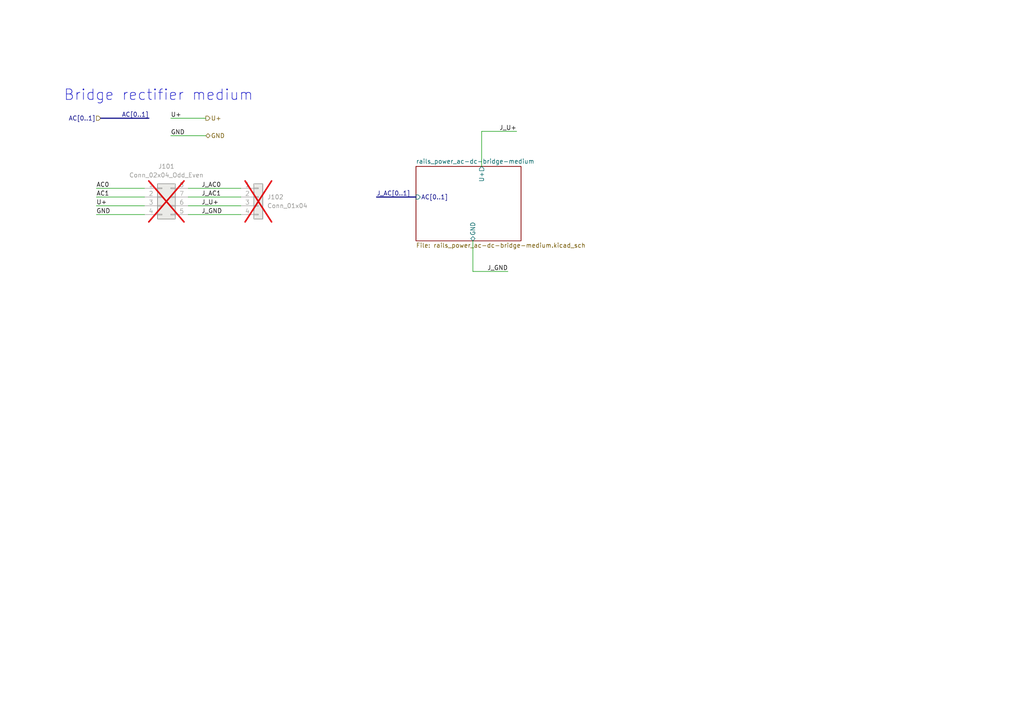
<source format=kicad_sch>
(kicad_sch (version 20231120) (generator "eeschema") (generator_version "8.0")
  (paper "A4")
  (title_block (title "xDuinoRail - LocDecoder - Development Kit") (date "2024-10-09") (rev "v0.2") (company "Chatelain Engineering, Bern - CH"))
  (lib_symbols
    (symbol "Connector_Generic:Conn_01x04" (pin_names (offset 1.016) hide)
      (property "Reference" "J" (at 0 5.08 0))
      (property "Value" "Conn_01x04" (at 0 -7.62 0))
      (symbol "Conn_01x04_1_1"
        (rectangle (start -1.27 -4.953) (end 0 -5.207) (stroke (width 0.1524)))
        (rectangle (start -1.27 -2.413) (end 0 -2.667) (stroke (width 0.1524)))
        (rectangle (start -1.27 0.127) (end 0 -0.127) (stroke (width 0.1524)))
        (rectangle (start -1.27 2.667) (end 0 2.413) (stroke (width 0.1524)))
        (rectangle (start -1.27 3.81) (end 1.27 -6.35) (stroke (width 0.254)) (fill (type background)))
        (pin passive line (at -5.08 2.54 0) (length 3.81) (name "Pin_1") (number "1"))
        (pin passive line (at -5.08 0 0) (length 3.81) (name "Pin_2") (number "2"))
        (pin passive line (at -5.08 -2.54 0) (length 3.81) (name "Pin_3") (number "3"))
        (pin passive line (at -5.08 -5.08 0) (length 3.81) (name "Pin_4") (number "4"))
      )
    )
    (symbol "Connector_Generic:Conn_02x04_Counter_Clockwise" (pin_names (offset 1.016) hide)
      (property "Reference" "J" (at 1.27 5.08 0))
      (property "Value" "Conn_02x04_Counter_Clockwise" (at 1.27 -7.62 0))
      (symbol "Conn_02x04_Counter_Clockwise_1_1"
        (rectangle (start -1.27 -4.953) (end 0 -5.207) (stroke (width 0.1524)))
        (rectangle (start -1.27 -2.413) (end 0 -2.667) (stroke (width 0.1524)))
        (rectangle (start -1.27 0.127) (end 0 -0.127) (stroke (width 0.1524)))
        (rectangle (start -1.27 2.667) (end 0 2.413) (stroke (width 0.1524)))
        (rectangle (start -1.27 3.81) (end 3.81 -6.35) (stroke (width 0.254)) (fill (type background)))
        (rectangle (start 3.81 -4.953) (end 2.54 -5.207) (stroke (width 0.1524)))
        (rectangle (start 3.81 -2.413) (end 2.54 -2.667) (stroke (width 0.1524)))
        (rectangle (start 3.81 0.127) (end 2.54 -0.127) (stroke (width 0.1524)))
        (rectangle (start 3.81 2.667) (end 2.54 2.413) (stroke (width 0.1524)))
        (pin passive line (at -5.08 2.54 0) (length 3.81) (name "Pin_1") (number "1"))
        (pin passive line (at -5.08 0 0) (length 3.81) (name "Pin_2") (number "2"))
        (pin passive line (at -5.08 -2.54 0) (length 3.81) (name "Pin_3") (number "3"))
        (pin passive line (at -5.08 -5.08 0) (length 3.81) (name "Pin_4") (number "4"))
        (pin passive line (at 7.62 -5.08 180) (length 3.81) (name "Pin_5") (number "5"))
        (pin passive line (at 7.62 -2.54 180) (length 3.81) (name "Pin_6") (number "6"))
        (pin passive line (at 7.62 0 180) (length 3.81) (name "Pin_7") (number "7"))
        (pin passive line (at 7.62 2.54 180) (length 3.81) (name "Pin_8") (number "8"))
      )
    )
  )
  (wire (pts (xy 54.61 57.15) (xy 69.85 57.15)))
  (wire (pts (xy 49.53 39.37) (xy 59.69 39.37)))
  (wire (pts (xy 139.7 38.1) (xy 149.86 38.1)))
  (wire (pts (xy 54.61 59.69) (xy 69.85 59.69)))
  (wire (pts (xy 54.61 54.61) (xy 69.85 54.61)))
  (bus (pts (xy 109.22 57.15) (xy 120.65 57.15)))
  (wire (pts (xy 137.16 69.85) (xy 137.16 78.74)))
  (bus (pts (xy 43.18 34.29) (xy 29.21 34.29)))
  (wire (pts (xy 27.94 62.23) (xy 41.91 62.23)))
  (wire (pts (xy 139.7 48.26) (xy 139.7 38.1)))
  (wire (pts (xy 27.94 57.15) (xy 41.91 57.15)))
  (wire (pts (xy 54.61 62.23) (xy 69.85 62.23)))
  (wire (pts (xy 137.16 78.74) (xy 147.32 78.74)))
  (wire (pts (xy 27.94 54.61) (xy 41.91 54.61)))
  (wire (pts (xy 49.53 34.29) (xy 59.69 34.29)))
  (wire (pts (xy 27.94 59.69) (xy 41.91 59.69)))
  (text "Bridge rectifier medium\n" (at 45.974 27.686 0) (effects (font (size 3.048 3.048))))
  (label "AC[0..1]" (at 43.18 34.29 180))
  (label "J_AC0" (at 58.42 54.61 0))
  (label "J_AC1" (at 58.42 57.15 0))
  (label "J_AC[0..1]" (at 109.22 57.15 0))
  (label "U+" (at 49.53 34.29 0))
  (label "AC1" (at 27.94 57.15 0))
  (label "AC0" (at 27.94 54.61 0))
  (label "J_U+" (at 149.86 38.1 180))
  (label "GND" (at 27.94 62.23 0))
  (label "GND" (at 49.53 39.37 0))
  (label "J_GND" (at 147.32 78.74 180))
  (label "J_GND" (at 58.42 62.23 0))
  (label "J_U+" (at 58.42 59.69 0))
  (label "U+" (at 27.94 59.69 0))
  (hierarchical_label "U+" (shape output) (at 59.69 34.29 0))
  (hierarchical_label "AC[0..1]" (shape input) (at 29.21 34.29 180))
  (hierarchical_label "GND" (shape bidirectional) (at 59.69 39.37 0))
  (symbol (lib_id "Connector_Generic:Conn_02x04_Counter_Clockwise") (at 46.99 57.15 0) (unit 1) (dnp yes)
    (property "Reference" "J101" (at 48.26 48.26 0))
    (property "Value" "Conn_02x04_Odd_Even" (at 48.26 50.8 0))
    (property "Footprint" "Connector_PinSocket_2.54mm:PinSocket_2x04_P2.54mm_Vertical" (effects (hide yes)))
    (property "Description" "Generic connector, double row, 02x04, counter clockwise pin numbering scheme (similar to DIP package numbering), script generated (kicad-library-utils/schlib/autogen/connector/)" (effects (hide yes)))
  )
  (symbol (lib_id "Connector_Generic:Conn_01x04") (at 74.93 57.15 0) (unit 1) (exclude_from_sim yes) (in_bom no) (dnp yes)
    (property "Reference" "J102" (at 77.47 57.1499 0) (effects (justify left)))
    (property "Value" "Conn_01x04" (at 77.47 59.6899 0) (effects (justify left)))
    (property "Footprint" "Connector_PinSocket_2.54mm:PinSocket_1x04_P2.54mm_Vertical" (effects (hide yes)))
    (property "Description" "Generic connector, single row, 01x04, script generated (kicad-library-utils/schlib/autogen/connector/)" (effects (hide yes)))
  )
  (sheet (at 120.65 48.26) (size 30.48 21.59) (stroke (width 0.1524))
    (property "Sheetname" "rails_power_ac-dc-bridge-medium" (at 120.65 47.5484 0) (effects (justify left bottom)))
    (property "Sheetfile" "rails_power_ac-dc-bridge-medium.kicad_sch" (at 120.65 70.4346 0) (effects (justify left top)))
    (pin "AC[0..1]" input (at 120.65 57.15 180))
    (pin "U+" output (at 139.7 48.26 90))
    (pin "GND" bidirectional (at 137.16 69.85 270))
  )
)
</source>
